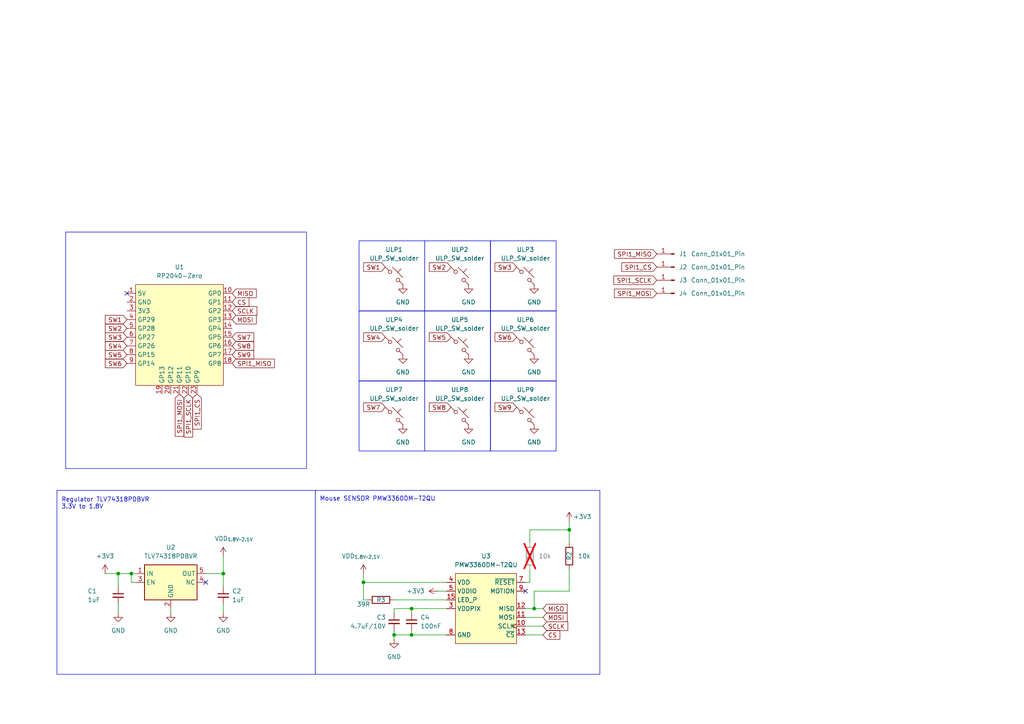
<source format=kicad_sch>
(kicad_sch (version 20231120) (generator "eeschema") (generator_version "8.0")
  (paper "A4")
  (lib_symbols
    (symbol "Connector:Conn_01x01_Pin" (pin_names (offset 1.016) hide)
      (property "Reference" "J" (at 0 2.54 0))
      (property "Value" "Conn_01x01_Pin" (at 0 -2.54 0))
      (symbol "Conn_01x01_Pin_1_1"
        (polyline (pts (xy 1.27 0) (xy 0.8636 0)) (stroke (width 0.1524)))
        (rectangle (start 0.8636 0.127) (end 0 -0.127) (stroke (width 0.1524)) (fill (type outline)))
        (pin passive line (at 5.08 0 180) (length 3.81) (name "Pin_1") (number "1"))
      )
    )
    (symbol "Device:C_Small" (pin_numbers hide) (pin_names (offset 0.254) hide)
      (property "Reference" "C" (at 0.254 1.778 0))
      (property "Value" "C_Small" (at 0.254 -2.032 0))
      (symbol "C_Small_0_1"
        (polyline (pts (xy -1.524 -0.508) (xy 1.524 -0.508)) (stroke (width 0.3302)))
        (polyline (pts (xy -1.524 0.508) (xy 1.524 0.508)) (stroke (width 0.3048)))
      )
      (symbol "C_Small_1_1"
        (pin passive line (at 0 2.54 270) (length 2.032) (name "~") (number "1"))
        (pin passive line (at 0 -2.54 90) (length 2.032) (name "~") (number "2"))
      )
    )
    (symbol "Device:R" (pin_numbers hide) (pin_names (offset 0))
      (property "Reference" "R" (at 2.032 0 90))
      (property "Value" "R" (at 0 0 90))
      (symbol "R_0_1"
        (rectangle (start -1.016 -2.54) (end 1.016 2.54) (stroke (width 0.254)))
      )
      (symbol "R_1_1"
        (pin passive line (at 0 3.81 270) (length 1.27) (name "~") (number "1"))
        (pin passive line (at 0 -3.81 90) (length 1.27) (name "~") (number "2"))
      )
    )
    (symbol "PCM_marbastlib-mx:MX_SW_solder" (pin_numbers hide) (pin_names (offset 1.016) hide)
      (property "Reference" "MX" (at 3.048 1.016 0))
      (property "Value" "MX_SW_solder" (at 0 -3.81 0))
      (symbol "MX_SW_solder_0_1"
        (circle (center -1.1684 1.1684) (radius 0.508))
        (polyline (pts (xy -0.508 2.54) (xy 2.54 -0.508)))
        (polyline (pts (xy 1.016 1.016) (xy 2.032 2.032)))
        (polyline (pts (xy -2.54 2.54) (xy -1.524 1.524) (xy -1.524 1.524)))
        (polyline (pts (xy 1.524 -1.524) (xy 2.54 -2.54) (xy 2.54 -2.54) (xy 2.54 -2.54)))
        (circle (center 1.143 -1.1938) (radius 0.508))
        (pin passive line (at -2.54 2.54 0) (length 0) (name "1") (number "1"))
        (pin passive line (at 2.54 -2.54 180) (length 0) (name "2") (number "2"))
      )
    )
    (symbol "pmw3360:PMW3360DM-T2QU"
      (property "Reference" "U?" (at -7.62 -13.97 0))
      (property "Value" "PMW3360DM-T2QU" (at 0 -11.43 0))
      (symbol "PMW3360DM-T2QU_0_1"
        (rectangle (start -8.89 10.16) (end 8.89 -10.16) (fill (type background)))
      )
      (symbol "PMW3360DM-T2QU_1_1"
        (pin no_connect line (at -2.54 13.97 180) (length 2.54) hide (name "NC") (number "1"))
        (pin input clock (at 11.43 -5.08 180) (length 2.54) (name "SCLK") (number "10"))
        (pin input line (at 11.43 -2.54 180) (length 2.54) (name "MOSI") (number "11"))
        (pin output line (at 11.43 0 180) (length 2.54) (name "MISO") (number "12"))
        (pin input line (at 11.43 -7.62 180) (length 2.54) (name "~{CS}") (number "13"))
        (pin no_connect inverted (at -2.54 19.05 180) (length 2.54) hide (name "NC") (number "14"))
        (pin power_in line (at -11.43 2.54 0) (length 2.54) (name "LED_P") (number "15"))
        (pin no_connect line (at -2.54 21.59 180) (length 2.54) hide (name "NC") (number "16"))
        (pin no_connect line (at -2.54 16.51 180) (length 2.54) hide (name "NC") (number "2"))
        (pin power_out line (at -11.43 0 0) (length 2.54) (name "VDDPIX") (number "3"))
        (pin power_in line (at -11.43 7.62 0) (length 2.54) (name "VDD") (number "4"))
        (pin power_in line (at -11.43 5.08 0) (length 2.54) (name "VDDIO") (number "5"))
        (pin no_connect line (at -2.54 11.43 180) (length 2.54) hide (name "NC") (number "6"))
        (pin input line (at 11.43 7.62 180) (length 2.54) (name "~{RESET}") (number "7"))
        (pin power_in line (at -11.43 -7.62 0) (length 2.54) (name "GND") (number "8"))
        (pin output line (at 11.43 5.08 180) (length 2.54) (name "MOTION") (number "9"))
      )
    )
    (symbol "pmw3360:TLV74318PDBVR"
      (property "Reference" "U" (at 0 8.89 0))
      (property "Value" "TLV74318PDBVR" (at 0 6.35 0))
      (symbol "TLV74318PDBVR_0_1"
        (rectangle (start -7.62 5.08) (end 7.62 -5.08) (stroke (width 0.254)) (fill (type background)))
      )
      (symbol "TLV74318PDBVR_1_1"
        (pin power_in line (at -10.16 2.54 0) (length 2.54) (name "IN") (number "1"))
        (pin power_in line (at 0 -7.62 90) (length 2.54) (name "GND") (number "2"))
        (pin input line (at -10.16 0 0) (length 2.54) (name "EN") (number "3"))
        (pin output line (at 10.16 0 180) (length 2.54) (name "NC") (number "4"))
        (pin power_out line (at 10.16 2.54 180) (length 2.54) (name "OUT") (number "5"))
      )
    )
    (symbol "power:+3V3" (power) (pin_numbers hide) (pin_names (offset 0) hide)
      (property "Value" "+3V3" (at 0 3.556 0))
      (symbol "+3V3_0_1"
        (polyline (pts (xy -0.762 1.27) (xy 0 2.54)))
        (polyline (pts (xy 0 0) (xy 0 2.54)))
        (polyline (pts (xy 0 2.54) (xy 0.762 1.27)))
      )
      (symbol "+3V3_1_1"
        (pin power_in line (at 0 0 90) (length 0) (name "~") (number "1"))
      )
    )
    (symbol "power:GND" (power) (pin_numbers hide) (pin_names (offset 0) hide)
      (property "Value" "GND" (at 0 -3.81 0))
      (symbol "GND_0_1"
        (polyline (pts (xy 0 0) (xy 0 -1.27) (xy 1.27 -1.27) (xy 0 -2.54) (xy -1.27 -1.27) (xy 0 -1.27)))
      )
      (symbol "GND_1_1"
        (pin power_in line (at 0 0 270) (length 0) (name "~") (number "1"))
      )
    )
    (symbol "power:VDD" (power) (pin_numbers hide) (pin_names (offset 0) hide)
      (property "Value" "VDD" (at 0 3.556 0))
      (symbol "VDD_0_1"
        (polyline (pts (xy -0.762 1.27) (xy 0 2.54)))
        (polyline (pts (xy 0 0) (xy 0 2.54)))
        (polyline (pts (xy 0 2.54) (xy 0.762 1.27)))
      )
      (symbol "VDD_1_1"
        (pin power_in line (at 0 0 90) (length 0) (name "~") (number "1"))
      )
    )
    (symbol "rp2040:RP2040-Zero"
      (property "Reference" "U" (at 0 0 0))
      (property "Value" "RP2040-Zero" (at 0 8.89 0))
      (symbol "RP2040-Zero_0_1"
        (rectangle (start -12.7 7.62) (end 12.7 -21.59) (fill (type background)))
      )
      (symbol "RP2040-Zero_1_1"
        (pin power_in line (at -15.24 5.08 0) (length 2.54) (name "5V") (number "1"))
        (pin bidirectional line (at 15.24 5.08 180) (length 2.54) (name "GP0") (number "10"))
        (pin bidirectional line (at 15.24 2.54 180) (length 2.54) (name "GP1") (number "11"))
        (pin bidirectional line (at 15.24 0 180) (length 2.54) (name "GP2") (number "12"))
        (pin bidirectional line (at 15.24 -2.54 180) (length 2.54) (name "GP3") (number "13"))
        (pin bidirectional line (at 15.24 -5.08 180) (length 2.54) (name "GP4") (number "14"))
        (pin bidirectional line (at 15.24 -7.62 180) (length 2.54) (name "GP5") (number "15"))
        (pin bidirectional line (at 15.24 -10.16 180) (length 2.54) (name "GP6") (number "16"))
        (pin bidirectional line (at 15.24 -12.7 180) (length 2.54) (name "GP7") (number "17"))
        (pin bidirectional line (at 15.24 -15.24 180) (length 2.54) (name "GP8") (number "18"))
        (pin bidirectional line (at -5.08 -24.13 90) (length 2.54) (name "GP13") (number "19"))
        (pin power_in line (at -15.24 2.54 0) (length 2.54) (name "GND") (number "2"))
        (pin bidirectional line (at -2.54 -24.13 90) (length 2.54) (name "GP12") (number "20"))
        (pin bidirectional line (at 0 -24.13 90) (length 2.54) (name "GP11") (number "21"))
        (pin bidirectional line (at 2.54 -24.13 90) (length 2.54) (name "GP10") (number "22"))
        (pin bidirectional line (at 5.08 -24.13 90) (length 2.54) (name "GP9") (number "23"))
        (pin power_in line (at -15.24 0 0) (length 2.54) (name "3V3") (number "3"))
        (pin bidirectional line (at -15.24 -2.54 0) (length 2.54) (name "GP29") (number "4"))
        (pin bidirectional line (at -15.24 -5.08 0) (length 2.54) (name "GP28") (number "5"))
        (pin bidirectional line (at -15.24 -7.62 0) (length 2.54) (name "GP27") (number "6"))
        (pin bidirectional line (at -15.24 -10.16 0) (length 2.54) (name "GP26") (number "7"))
        (pin bidirectional line (at -15.24 -12.7 0) (length 2.54) (name "GP15") (number "8"))
        (pin bidirectional line (at -15.24 -15.24 0) (length 2.54) (name "GP14") (number "9"))
      )
    )
  )
  (junction (at 154.94 176.53))
  (junction (at 34.29 166.37))
  (junction (at 105.41 168.91))
  (junction (at 64.77 166.37))
  (junction (at 119.38 184.15))
  (junction (at 165.1 153.67))
  (junction (at 119.38 176.53))
  (junction (at 38.1 166.37))
  (junction (at 114.3 184.15))
  (no_connect (at 59.69 168.91))
  (no_connect (at 152.4 171.45))
  (no_connect (at 36.83 85.09))
  (wire (pts (xy 165.1 153.67) (xy 165.1 157.48)))
  (wire (pts (xy 165.1 151.13) (xy 165.1 153.67)))
  (wire (pts (xy 30.48 166.37) (xy 34.29 166.37)))
  (wire (pts (xy 119.38 176.53) (xy 129.54 176.53)))
  (wire (pts (xy 153.67 153.67) (xy 165.1 153.67)))
  (wire (pts (xy 152.4 168.91) (xy 153.67 168.91)))
  (wire (pts (xy 154.94 171.45) (xy 154.94 176.53)))
  (wire (pts (xy 154.94 176.53) (xy 157.48 176.53)))
  (wire (pts (xy 38.1 166.37) (xy 39.37 166.37)))
  (wire (pts (xy 152.4 181.61) (xy 157.48 181.61)))
  (wire (pts (xy 165.1 165.1) (xy 165.1 171.45)))
  (wire (pts (xy 114.3 184.15) (xy 119.38 184.15)))
  (wire (pts (xy 153.67 157.48) (xy 153.67 153.67)))
  (wire (pts (xy 64.77 166.37) (xy 64.77 170.18)))
  (wire (pts (xy 105.41 173.99) (xy 106.68 173.99)))
  (wire (pts (xy 59.69 166.37) (xy 64.77 166.37)))
  (wire (pts (xy 34.29 166.37) (xy 38.1 166.37)))
  (wire (pts (xy 127 171.45) (xy 129.54 171.45)))
  (wire (pts (xy 152.4 179.07) (xy 157.48 179.07)))
  (wire (pts (xy 105.41 166.37) (xy 105.41 168.91)))
  (wire (pts (xy 153.67 165.1) (xy 153.67 168.91)))
  (wire (pts (xy 114.3 176.53) (xy 119.38 176.53)))
  (wire (pts (xy 64.77 161.29) (xy 64.77 166.37)))
  (wire (pts (xy 114.3 182.88) (xy 114.3 184.15)))
  (wire (pts (xy 49.53 177.8) (xy 49.53 176.53)))
  (wire (pts (xy 38.1 168.91) (xy 39.37 168.91)))
  (wire (pts (xy 38.1 166.37) (xy 38.1 168.91)))
  (wire (pts (xy 114.3 177.8) (xy 114.3 176.53)))
  (wire (pts (xy 34.29 175.26) (xy 34.29 177.8)))
  (wire (pts (xy 105.41 168.91) (xy 105.41 173.99)))
  (wire (pts (xy 114.3 184.15) (xy 114.3 185.42)))
  (wire (pts (xy 34.29 166.37) (xy 34.29 170.18)))
  (wire (pts (xy 119.38 176.53) (xy 119.38 177.8)))
  (wire (pts (xy 165.1 171.45) (xy 154.94 171.45)))
  (wire (pts (xy 114.3 173.99) (xy 129.54 173.99)))
  (wire (pts (xy 152.4 176.53) (xy 154.94 176.53)))
  (wire (pts (xy 105.41 168.91) (xy 129.54 168.91)))
  (wire (pts (xy 64.77 175.26) (xy 64.77 177.8)))
  (wire (pts (xy 152.4 184.15) (xy 157.48 184.15)))
  (wire (pts (xy 119.38 182.88) (xy 119.38 184.15)))
  (wire (pts (xy 119.38 184.15) (xy 129.54 184.15)))
  (rectangle (start 19.05 67.31) (end 88.9 135.89))
  (rectangle (start 142.24 110.49) (end 161.29 130.81))
  (rectangle (start 104.14 110.49) (end 123.19 130.81))
  (rectangle (start 104.14 69.85) (end 123.19 90.17))
  (rectangle (start 142.24 90.17) (end 161.29 110.49))
  (rectangle (start 104.14 90.17) (end 123.19 110.49))
  (rectangle (start 123.19 110.49) (end 142.24 130.81))
  (rectangle (start 142.24 69.85) (end 161.29 90.17))
  (rectangle (start 16.51 142.24) (end 91.44 195.58))
  (rectangle (start 91.44 142.24) (end 173.99 195.58))
  (rectangle (start 123.19 69.85) (end 142.24 90.17))
  (rectangle (start 123.19 90.17) (end 142.24 110.49))
  (text "Regulator TLV74318PDBVR\n3.3V to 1.8V\n" (at 17.78 146.05 0) (effects (font (size 1.27 1.27)) (justify left)))
  (text "Mouse SENSOR PMW3360DM-T2QU" (at 92.71 144.78 0) (effects (font (size 1.27 1.27)) (justify left)))
  (global_label "MISO" (shape input) (at 67.31 85.09 0) (property "Intersheetrefs" "${INTERSHEET_REFS}" (effects (hide yes))))
  (global_label "SW4" (shape input) (at 36.83 100.33 180) (property "Intersheetrefs" "${INTERSHEET_REFS}" (effects (hide yes))))
  (global_label "SW8" (shape input) (at 67.31 100.33 0) (property "Intersheetrefs" "${INTERSHEET_REFS}" (effects (hide yes))))
  (global_label "MOSI" (shape input) (at 67.31 92.71 0) (property "Intersheetrefs" "${INTERSHEET_REFS}" (effects (hide yes))))
  (global_label "SPI1_MOSI" (shape input) (at 52.07 114.3 270) (property "Intersheetrefs" "${INTERSHEET_REFS}" (effects (hide yes))))
  (global_label "SW1" (shape input) (at 36.83 92.71 180) (property "Intersheetrefs" "${INTERSHEET_REFS}" (effects (hide yes))))
  (global_label "CS" (shape input) (at 67.31 87.63 0) (property "Intersheetrefs" "${INTERSHEET_REFS}" (effects (hide yes))))
  (global_label "SW3" (shape input) (at 149.86 77.47 180) (property "Intersheetrefs" "${INTERSHEET_REFS}" (effects (hide yes))))
  (global_label "SW7" (shape input) (at 67.31 97.79 0) (property "Intersheetrefs" "${INTERSHEET_REFS}" (effects (hide yes))))
  (global_label "CS" (shape input) (at 157.48 184.15 0) (property "Intersheetrefs" "${INTERSHEET_REFS}" (effects (hide yes))))
  (global_label "SW9" (shape input) (at 149.86 118.11 180) (property "Intersheetrefs" "${INTERSHEET_REFS}" (effects (hide yes))))
  (global_label "SPI1_MISO" (shape input) (at 190.5 73.66 180) (property "Intersheetrefs" "${INTERSHEET_REFS}" (effects (hide yes))))
  (global_label "SPI1_MISO" (shape input) (at 67.31 105.41 0) (property "Intersheetrefs" "${INTERSHEET_REFS}" (effects (hide yes))))
  (global_label "SW9" (shape input) (at 67.31 102.87 0) (property "Intersheetrefs" "${INTERSHEET_REFS}" (effects (hide yes))))
  (global_label "SW6" (shape input) (at 36.83 105.41 180) (property "Intersheetrefs" "${INTERSHEET_REFS}" (effects (hide yes))))
  (global_label "SW4" (shape input) (at 111.76 97.79 180) (property "Intersheetrefs" "${INTERSHEET_REFS}" (effects (hide yes))))
  (global_label "SCLK" (shape input) (at 157.48 181.61 0) (property "Intersheetrefs" "${INTERSHEET_REFS}" (effects (hide yes))))
  (global_label "SW8" (shape input) (at 130.81 118.11 180) (property "Intersheetrefs" "${INTERSHEET_REFS}" (effects (hide yes))))
  (global_label "SW1" (shape input) (at 111.76 77.47 180) (property "Intersheetrefs" "${INTERSHEET_REFS}" (effects (hide yes))))
  (global_label "SPI1_CS" (shape input) (at 190.5 77.47 180) (property "Intersheetrefs" "${INTERSHEET_REFS}" (effects (hide yes))))
  (global_label "SW2" (shape input) (at 130.81 77.47 180) (property "Intersheetrefs" "${INTERSHEET_REFS}" (effects (hide yes))))
  (global_label "SW3" (shape input) (at 36.83 97.79 180) (property "Intersheetrefs" "${INTERSHEET_REFS}" (effects (hide yes))))
  (global_label "SW6" (shape input) (at 149.86 97.79 180) (property "Intersheetrefs" "${INTERSHEET_REFS}" (effects (hide yes))))
  (global_label "SPI1_SCLK" (shape input) (at 190.5 81.28 180) (property "Intersheetrefs" "${INTERSHEET_REFS}" (effects (hide yes))))
  (global_label "SPI1_MOSI" (shape input) (at 190.5 85.09 180) (property "Intersheetrefs" "${INTERSHEET_REFS}" (effects (hide yes))))
  (global_label "SW2" (shape input) (at 36.83 95.25 180) (property "Intersheetrefs" "${INTERSHEET_REFS}" (effects (hide yes))))
  (global_label "SPI1_CS" (shape input) (at 57.15 114.3 270) (property "Intersheetrefs" "${INTERSHEET_REFS}" (effects (hide yes))))
  (global_label "MISO" (shape input) (at 157.48 176.53 0) (property "Intersheetrefs" "${INTERSHEET_REFS}" (effects (hide yes))))
  (global_label "SW5" (shape input) (at 130.81 97.79 180) (property "Intersheetrefs" "${INTERSHEET_REFS}" (effects (hide yes))))
  (global_label "SW7" (shape input) (at 111.76 118.11 180) (property "Intersheetrefs" "${INTERSHEET_REFS}" (effects (hide yes))))
  (global_label "MOSI" (shape input) (at 157.48 179.07 0) (property "Intersheetrefs" "${INTERSHEET_REFS}" (effects (hide yes))))
  (global_label "SW5" (shape input) (at 36.83 102.87 180) (property "Intersheetrefs" "${INTERSHEET_REFS}" (effects (hide yes))))
  (global_label "SPI1_SCLK" (shape input) (at 54.61 114.3 270) (property "Intersheetrefs" "${INTERSHEET_REFS}" (effects (hide yes))))
  (global_label "SCLK" (shape input) (at 67.31 90.17 0) (property "Intersheetrefs" "${INTERSHEET_REFS}" (effects (hide yes))))
  (symbol (lib_id "PCM_marbastlib-mx:MX_SW_solder") (at 152.4 100.33 0) (unit 1)
    (property "Reference" "ULP6" (at 152.4 92.71 0))
    (property "Value" "ULP_SW_solder" (at 152.4 95.25 0))
    (property "Footprint" "PCM_marbastlib-xp-mx:SW_MX_ULP_1u" (effects (hide yes)))
    (property "Description" "Push button switch, normally open, two pins, 45° tilted" (effects (hide yes)))
  )
  (symbol (lib_id "power:+3V3") (at 165.1 151.13 0) (unit 1)
    (property "Reference" "#PWR01" (effects (hide yes)))
    (property "Value" "+3V3" (at 168.91 149.86 0))
    (property "Description" "Power symbol creates a global label with name \"+3V3\"" (effects (hide yes)))
  )
  (symbol (lib_id "power:GND") (at 64.77 177.8 0) (unit 1)
    (property "Reference" "#PWR08" (effects (hide yes)))
    (property "Value" "GND" (at 64.77 182.88 0))
    (property "Description" "Power symbol creates a global label with name \"GND\" , ground" (effects (hide yes)))
  )
  (symbol (lib_id "PCM_marbastlib-mx:MX_SW_solder") (at 114.3 100.33 0) (unit 1)
    (property "Reference" "ULP4" (at 114.3 92.71 0))
    (property "Value" "ULP_SW_solder" (at 114.3 95.25 0))
    (property "Footprint" "PCM_marbastlib-xp-mx:SW_MX_ULP_1u" (effects (hide yes)))
    (property "Description" "Push button switch, normally open, two pins, 45° tilted" (effects (hide yes)))
  )
  (symbol (lib_id "power:+3V3") (at 127 171.45 90) (unit 1)
    (property "Reference" "#PWR05" (effects (hide yes)))
    (property "Value" "+3V3" (at 123.19 171.4499 90) (effects (justify left)))
    (property "Description" "Power symbol creates a global label with name \"+3V3\"" (effects (hide yes)))
  )
  (symbol (lib_id "Device:C_Small") (at 114.3 180.34 0) (unit 1)
    (property "Reference" "C3" (at 109.22 179.07 0) (effects (justify left)))
    (property "Value" "4.7uF/10V" (at 101.6 181.61 0) (effects (justify left)))
    (property "Footprint" "Capacitor_SMD:C_0402_1005Metric" (effects (hide yes)))
    (property "Description" "Unpolarized capacitor, small symbol" (effects (hide yes)))
  )
  (symbol (lib_id "pmw3360:PMW3360DM-T2QU") (at 140.97 176.53 0) (unit 1) (in_bom no)
    (property "Reference" "U3" (at 140.97 161.29 0))
    (property "Value" "PMW3360DM-T2QU" (at 140.97 163.83 0))
    (property "Footprint" "pmw3360:PMW3360DM-T2QU 16Pin" (effects (hide yes)))
    (property "Datasheet" "https://www.pixart.com/products-detail/tw/10/PMW3360DM-T2QU" (effects (hide yes)))
    (property "Description" "Optical mouse sensor" (effects (hide yes)))
  )
  (symbol (lib_id "power:GND") (at 154.94 102.87 0) (unit 1)
    (property "Reference" "#PWR015" (effects (hide yes)))
    (property "Value" "GND" (at 154.94 107.95 0))
    (property "Description" "Power symbol creates a global label with name \"GND\" , ground" (effects (hide yes)))
  )
  (symbol (lib_id "Device:C_Small") (at 64.77 172.72 0) (unit 1)
    (property "Reference" "C2" (at 67.31 171.4562 0) (effects (justify left)))
    (property "Value" "1uF" (at 67.31 173.9962 0) (effects (justify left)))
    (property "Footprint" "Capacitor_SMD:C_0402_1005Metric" (effects (hide yes)))
    (property "Description" "Unpolarized capacitor, small symbol" (effects (hide yes)))
  )
  (symbol (lib_id "power:GND") (at 34.29 177.8 0) (unit 1)
    (property "Reference" "#PWR06" (effects (hide yes)))
    (property "Value" "GND" (at 34.29 182.88 0))
    (property "Description" "Power symbol creates a global label with name \"GND\" , ground" (effects (hide yes)))
  )
  (symbol (lib_id "PCM_marbastlib-mx:MX_SW_solder") (at 152.4 120.65 0) (unit 1)
    (property "Reference" "ULP9" (at 152.4 113.03 0))
    (property "Value" "ULP_SW_solder" (at 152.4 115.57 0))
    (property "Footprint" "PCM_marbastlib-xp-mx:SW_MX_ULP_1u" (effects (hide yes)))
    (property "Description" "Push button switch, normally open, two pins, 45° tilted" (effects (hide yes)))
  )
  (symbol (lib_id "power:GND") (at 116.84 123.19 0) (unit 1)
    (property "Reference" "#PWR016" (effects (hide yes)))
    (property "Value" "GND" (at 116.84 128.27 0))
    (property "Description" "Power symbol creates a global label with name \"GND\" , ground" (effects (hide yes)))
  )
  (symbol (lib_id "Device:R") (at 110.49 173.99 270) (unit 1)
    (property "Reference" "R3" (at 110.49 173.99 90))
    (property "Value" "39R" (at 105.41 175.26 90))
    (property "Footprint" "Resistor_SMD:R_0402_1005Metric" (effects (hide yes)))
    (property "Description" "Resistor" (effects (hide yes)))
  )
  (symbol (lib_id "power:GND") (at 135.89 102.87 0) (unit 1)
    (property "Reference" "#PWR014" (effects (hide yes)))
    (property "Value" "GND" (at 135.89 107.95 0))
    (property "Description" "Power symbol creates a global label with name \"GND\" , ground" (effects (hide yes)))
  )
  (symbol (lib_id "Device:R") (at 153.67 161.29 0) (unit 1) (dnp yes)
    (property "Reference" "R1" (at 153.67 162.56 90) (effects (justify left)))
    (property "Value" "10k" (at 156.21 161.29 0) (effects (justify left)))
    (property "Footprint" "Resistor_SMD:R_0805_2012Metric_Pad1.20x1.40mm_HandSolder" (effects (hide yes)))
    (property "Description" "Resistor" (effects (hide yes)))
  )
  (symbol (lib_id "power:GND") (at 49.53 177.8 0) (unit 1)
    (property "Reference" "#PWR07" (effects (hide yes)))
    (property "Value" "GND" (at 49.53 182.88 0))
    (property "Description" "Power symbol creates a global label with name \"GND\" , ground" (effects (hide yes)))
  )
  (symbol (lib_id "power:GND") (at 116.84 102.87 0) (unit 1)
    (property "Reference" "#PWR013" (effects (hide yes)))
    (property "Value" "GND" (at 116.84 107.95 0))
    (property "Description" "Power symbol creates a global label with name \"GND\" , ground" (effects (hide yes)))
  )
  (symbol (lib_id "power:+3V3") (at 30.48 166.37 0) (unit 1)
    (property "Reference" "#PWR04" (effects (hide yes)))
    (property "Value" "+3V3" (at 30.48 161.29 0))
    (property "Description" "Power symbol creates a global label with name \"+3V3\"" (effects (hide yes)))
  )
  (symbol (lib_id "power:VDD") (at 64.77 161.29 0) (unit 1)
    (property "Reference" "#PWR02" (effects (hide yes)))
    (property "Value" "VDD_{1.8V~2.1V}" (at 62.23 156.21 0) (effects (justify left)))
    (property "Description" "Power symbol creates a global label with name \"VDD\"" (effects (hide yes)))
  )
  (symbol (lib_id "power:GND") (at 135.89 82.55 0) (unit 1)
    (property "Reference" "#PWR011" (effects (hide yes)))
    (property "Value" "GND" (at 135.89 87.63 0))
    (property "Description" "Power symbol creates a global label with name \"GND\" , ground" (effects (hide yes)))
  )
  (symbol (lib_id "power:GND") (at 114.3 185.42 0) (unit 1)
    (property "Reference" "#PWR09" (effects (hide yes)))
    (property "Value" "GND" (at 114.3 190.5 0))
    (property "Description" "Power symbol creates a global label with name \"GND\" , ground" (effects (hide yes)))
  )
  (symbol (lib_id "rp2040:RP2040-Zero") (at 52.07 90.17 0) (unit 1)
    (property "Reference" "U1" (at 52.07 77.47 0))
    (property "Value" "RP2040-Zero" (at 52.07 80.01 0))
    (property "Footprint" "rp2040:RP2040 Zero" (effects (hide yes)))
  )
  (symbol (lib_id "Connector:Conn_01x01_Pin") (at 195.58 85.09 180) (unit 1)
    (property "Reference" "J4" (at 198.12 85.09 0))
    (property "Value" "Conn_01x01_Pin" (at 208.28 85.09 0))
    (property "Footprint" "TestPoint:TestPoint_THTPad_D1.5mm_Drill0.7mm" (effects (hide yes)))
    (property "Description" "Generic connector, single row, 01x01, script generated" (effects (hide yes)))
  )
  (symbol (lib_id "PCM_marbastlib-mx:MX_SW_solder") (at 133.35 100.33 0) (unit 1)
    (property "Reference" "ULP5" (at 133.35 92.71 0))
    (property "Value" "ULP_SW_solder" (at 133.35 95.25 0))
    (property "Footprint" "PCM_marbastlib-xp-mx:SW_MX_ULP_1u" (effects (hide yes)))
    (property "Description" "Push button switch, normally open, two pins, 45° tilted" (effects (hide yes)))
  )
  (symbol (lib_id "power:GND") (at 154.94 82.55 0) (unit 1)
    (property "Reference" "#PWR012" (effects (hide yes)))
    (property "Value" "GND" (at 154.94 87.63 0))
    (property "Description" "Power symbol creates a global label with name \"GND\" , ground" (effects (hide yes)))
  )
  (symbol (lib_id "pmw3360:TLV74318PDBVR") (at 49.53 168.91 0) (unit 1)
    (property "Reference" "U2" (at 49.53 158.75 0))
    (property "Value" "TLV74318PDBVR" (at 49.53 161.29 0))
    (property "Footprint" "Package_TO_SOT_SMD:SOT-23-5" (effects (hide yes)))
    (property "Description" "LDO Voltage Regulators 300-mA low-IQ low-dropout (LDO) voltage regulator with enable 5-SOT-23 -40 to 125" (effects (hide yes)))
    (property "MPN" "C485152" (effects (hide yes)))
  )
  (symbol (lib_id "PCM_marbastlib-mx:MX_SW_solder") (at 152.4 80.01 0) (unit 1)
    (property "Reference" "ULP3" (at 152.4 72.39 0))
    (property "Value" "ULP_SW_solder" (at 152.4 74.93 0))
    (property "Footprint" "PCM_marbastlib-xp-mx:SW_MX_ULP_1u" (effects (hide yes)))
    (property "Description" "Push button switch, normally open, two pins, 45° tilted" (effects (hide yes)))
  )
  (symbol (lib_id "PCM_marbastlib-mx:MX_SW_solder") (at 133.35 80.01 0) (unit 1)
    (property "Reference" "ULP2" (at 133.35 72.39 0))
    (property "Value" "ULP_SW_solder" (at 133.35 74.93 0))
    (property "Footprint" "PCM_marbastlib-xp-mx:SW_MX_ULP_1u" (effects (hide yes)))
    (property "Description" "Push button switch, normally open, two pins, 45° tilted" (effects (hide yes)))
  )
  (symbol (lib_id "Connector:Conn_01x01_Pin") (at 195.58 81.28 180) (unit 1)
    (property "Reference" "J3" (at 198.12 81.28 0))
    (property "Value" "Conn_01x01_Pin" (at 208.28 81.28 0))
    (property "Footprint" "TestPoint:TestPoint_THTPad_D1.5mm_Drill0.7mm" (effects (hide yes)))
    (property "Description" "Generic connector, single row, 01x01, script generated" (effects (hide yes)))
  )
  (symbol (lib_id "Connector:Conn_01x01_Pin") (at 195.58 73.66 180) (unit 1)
    (property "Reference" "J1" (at 198.12 73.66 0))
    (property "Value" "Conn_01x01_Pin" (at 208.28 73.66 0))
    (property "Footprint" "TestPoint:TestPoint_THTPad_D1.5mm_Drill0.7mm" (effects (hide yes)))
    (property "Description" "Generic connector, single row, 01x01, script generated" (effects (hide yes)))
  )
  (symbol (lib_id "PCM_marbastlib-mx:MX_SW_solder") (at 114.3 80.01 0) (unit 1)
    (property "Reference" "ULP1" (at 114.3 72.39 0))
    (property "Value" "ULP_SW_solder" (at 114.3 74.93 0))
    (property "Footprint" "PCM_marbastlib-xp-mx:SW_MX_ULP_1u" (effects (hide yes)))
    (property "Description" "Push button switch, normally open, two pins, 45° tilted" (effects (hide yes)))
  )
  (symbol (lib_id "Device:C_Small") (at 34.29 172.72 0) (unit 1)
    (property "Reference" "C1" (at 25.4 171.45 0) (effects (justify left)))
    (property "Value" "1uF" (at 25.4 173.99 0) (effects (justify left)))
    (property "Footprint" "Capacitor_SMD:C_0402_1005Metric" (effects (hide yes)))
    (property "Description" "Unpolarized capacitor, small symbol" (effects (hide yes)))
  )
  (symbol (lib_id "Device:C_Small") (at 119.38 180.34 0) (unit 1)
    (property "Reference" "C4" (at 121.92 179.0762 0) (effects (justify left)))
    (property "Value" "100nF" (at 121.92 181.61 0) (effects (justify left)))
    (property "Footprint" "Capacitor_SMD:C_0402_1005Metric" (effects (hide yes)))
    (property "Description" "Unpolarized capacitor, small symbol" (effects (hide yes)))
  )
  (symbol (lib_id "power:GND") (at 154.94 123.19 0) (unit 1)
    (property "Reference" "#PWR018" (effects (hide yes)))
    (property "Value" "GND" (at 154.94 128.27 0))
    (property "Description" "Power symbol creates a global label with name \"GND\" , ground" (effects (hide yes)))
  )
  (symbol (lib_id "PCM_marbastlib-mx:MX_SW_solder") (at 133.35 120.65 0) (unit 1)
    (property "Reference" "ULP8" (at 133.35 113.03 0))
    (property "Value" "ULP_SW_solder" (at 133.35 115.57 0))
    (property "Footprint" "PCM_marbastlib-xp-mx:SW_MX_ULP_1u" (effects (hide yes)))
    (property "Description" "Push button switch, normally open, two pins, 45° tilted" (effects (hide yes)))
  )
  (symbol (lib_id "power:GND") (at 116.84 82.55 0) (unit 1)
    (property "Reference" "#PWR010" (effects (hide yes)))
    (property "Value" "GND" (at 116.84 87.63 0))
    (property "Description" "Power symbol creates a global label with name \"GND\" , ground" (effects (hide yes)))
  )
  (symbol (lib_id "PCM_marbastlib-mx:MX_SW_solder") (at 114.3 120.65 0) (unit 1)
    (property "Reference" "ULP7" (at 114.3 113.03 0))
    (property "Value" "ULP_SW_solder" (at 114.3 115.57 0))
    (property "Footprint" "PCM_marbastlib-xp-mx:SW_MX_ULP_1u" (effects (hide yes)))
    (property "Description" "Push button switch, normally open, two pins, 45° tilted" (effects (hide yes)))
  )
  (symbol (lib_id "Connector:Conn_01x01_Pin") (at 195.58 77.47 180) (unit 1)
    (property "Reference" "J2" (at 198.12 77.47 0))
    (property "Value" "Conn_01x01_Pin" (at 208.28 77.47 0))
    (property "Footprint" "TestPoint:TestPoint_THTPad_D1.5mm_Drill0.7mm" (effects (hide yes)))
    (property "Description" "Generic connector, single row, 01x01, script generated" (effects (hide yes)))
  )
  (symbol (lib_id "Device:R") (at 165.1 161.29 0) (unit 1)
    (property "Reference" "R2" (at 165.1 162.56 90) (effects (justify left)))
    (property "Value" "10k" (at 167.64 161.29 0) (effects (justify left)))
    (property "Footprint" "Resistor_SMD:R_0402_1005Metric" (effects (hide yes)))
    (property "Description" "Resistor" (effects (hide yes)))
  )
  (symbol (lib_id "power:GND") (at 135.89 123.19 0) (unit 1)
    (property "Reference" "#PWR017" (effects (hide yes)))
    (property "Value" "GND" (at 135.89 128.27 0))
    (property "Description" "Power symbol creates a global label with name \"GND\" , ground" (effects (hide yes)))
  )
  (symbol (lib_id "power:VDD") (at 105.41 166.37 0) (unit 1)
    (property "Reference" "#PWR03" (effects (hide yes)))
    (property "Value" "VDD_{1.8V~2.1V}" (at 99.06 161.29 0) (effects (justify left)))
    (property "Description" "Power symbol creates a global label with name \"VDD\"" (effects (hide yes)))
  )
)
</source>
